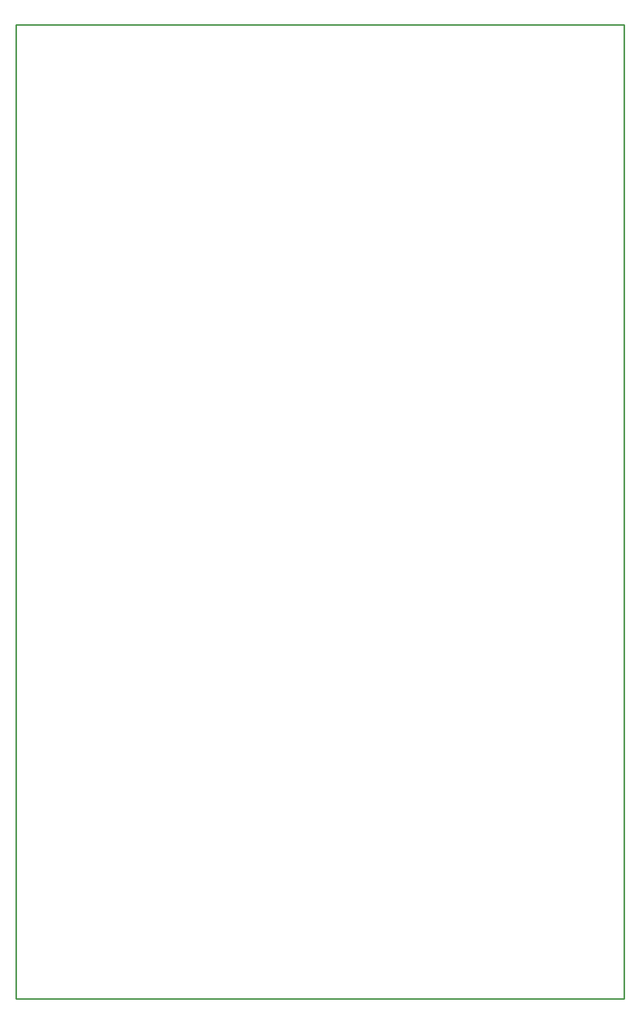
<source format=gko>
G04 Layer_Color=16711935*
%FSLAX44Y44*%
%MOMM*%
G71*
G01*
G75*
%ADD69C,0.2540*%
D69*
X300000Y300000D02*
X1300000D01*
Y1900000D01*
X300000D02*
X1300000D01*
X300000Y300000D02*
Y1900000D01*
M02*

</source>
